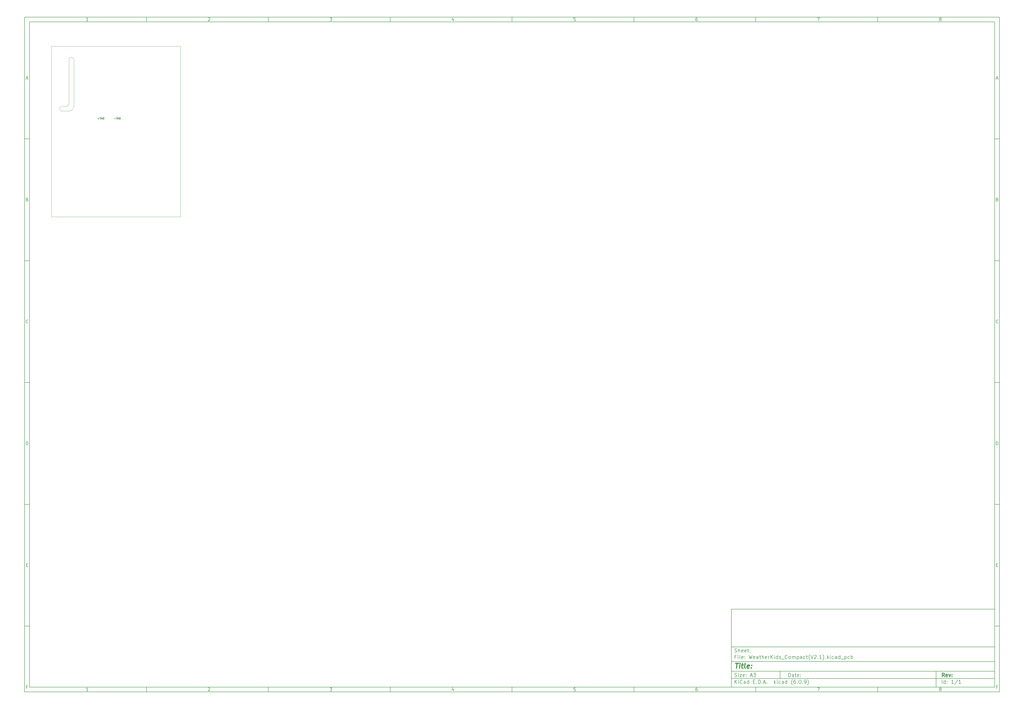
<source format=gbr>
%TF.GenerationSoftware,KiCad,Pcbnew,(6.0.9)*%
%TF.CreationDate,2023-07-18T14:40:25+05:30*%
%TF.ProjectId,WeatherKids_Compact(V2.1),57656174-6865-4724-9b69-64735f436f6d,rev?*%
%TF.SameCoordinates,PX1406f40PY14fb180*%
%TF.FileFunction,Legend,Bot*%
%TF.FilePolarity,Positive*%
%FSLAX46Y46*%
G04 Gerber Fmt 4.6, Leading zero omitted, Abs format (unit mm)*
G04 Created by KiCad (PCBNEW (6.0.9)) date 2023-07-18 14:40:25*
%MOMM*%
%LPD*%
G01*
G04 APERTURE LIST*
%ADD10C,0.100000*%
%ADD11C,0.150000*%
%ADD12C,0.300000*%
%ADD13C,0.400000*%
%ADD14C,0.152400*%
%TA.AperFunction,Profile*%
%ADD15C,0.050000*%
%TD*%
G04 APERTURE END LIST*
D10*
D11*
X278989000Y-231002200D02*
X278989000Y-263002200D01*
X386989000Y-263002200D01*
X386989000Y-231002200D01*
X278989000Y-231002200D01*
D10*
D11*
X-11000000Y12000000D02*
X-11000000Y-265002200D01*
X388989000Y-265002200D01*
X388989000Y12000000D01*
X-11000000Y12000000D01*
D10*
D11*
X-9000000Y10000000D02*
X-9000000Y-263002200D01*
X386989000Y-263002200D01*
X386989000Y10000000D01*
X-9000000Y10000000D01*
D10*
D11*
X39000000Y10000000D02*
X39000000Y12000000D01*
D10*
D11*
X89000000Y10000000D02*
X89000000Y12000000D01*
D10*
D11*
X139000000Y10000000D02*
X139000000Y12000000D01*
D10*
D11*
X189000000Y10000000D02*
X189000000Y12000000D01*
D10*
D11*
X239000000Y10000000D02*
X239000000Y12000000D01*
D10*
D11*
X289000000Y10000000D02*
X289000000Y12000000D01*
D10*
D11*
X339000000Y10000000D02*
X339000000Y12000000D01*
D10*
D11*
X15065476Y10411905D02*
X14322619Y10411905D01*
X14694047Y10411905D02*
X14694047Y11711905D01*
X14570238Y11526191D01*
X14446428Y11402381D01*
X14322619Y11340477D01*
D10*
D11*
X64322619Y11588096D02*
X64384523Y11650000D01*
X64508333Y11711905D01*
X64817857Y11711905D01*
X64941666Y11650000D01*
X65003571Y11588096D01*
X65065476Y11464286D01*
X65065476Y11340477D01*
X65003571Y11154762D01*
X64260714Y10411905D01*
X65065476Y10411905D01*
D10*
D11*
X114260714Y11711905D02*
X115065476Y11711905D01*
X114632142Y11216667D01*
X114817857Y11216667D01*
X114941666Y11154762D01*
X115003571Y11092858D01*
X115065476Y10969048D01*
X115065476Y10659524D01*
X115003571Y10535715D01*
X114941666Y10473810D01*
X114817857Y10411905D01*
X114446428Y10411905D01*
X114322619Y10473810D01*
X114260714Y10535715D01*
D10*
D11*
X164941666Y11278572D02*
X164941666Y10411905D01*
X164632142Y11773810D02*
X164322619Y10845239D01*
X165127380Y10845239D01*
D10*
D11*
X215003571Y11711905D02*
X214384523Y11711905D01*
X214322619Y11092858D01*
X214384523Y11154762D01*
X214508333Y11216667D01*
X214817857Y11216667D01*
X214941666Y11154762D01*
X215003571Y11092858D01*
X215065476Y10969048D01*
X215065476Y10659524D01*
X215003571Y10535715D01*
X214941666Y10473810D01*
X214817857Y10411905D01*
X214508333Y10411905D01*
X214384523Y10473810D01*
X214322619Y10535715D01*
D10*
D11*
X264941666Y11711905D02*
X264694047Y11711905D01*
X264570238Y11650000D01*
X264508333Y11588096D01*
X264384523Y11402381D01*
X264322619Y11154762D01*
X264322619Y10659524D01*
X264384523Y10535715D01*
X264446428Y10473810D01*
X264570238Y10411905D01*
X264817857Y10411905D01*
X264941666Y10473810D01*
X265003571Y10535715D01*
X265065476Y10659524D01*
X265065476Y10969048D01*
X265003571Y11092858D01*
X264941666Y11154762D01*
X264817857Y11216667D01*
X264570238Y11216667D01*
X264446428Y11154762D01*
X264384523Y11092858D01*
X264322619Y10969048D01*
D10*
D11*
X314260714Y11711905D02*
X315127380Y11711905D01*
X314570238Y10411905D01*
D10*
D11*
X364570238Y11154762D02*
X364446428Y11216667D01*
X364384523Y11278572D01*
X364322619Y11402381D01*
X364322619Y11464286D01*
X364384523Y11588096D01*
X364446428Y11650000D01*
X364570238Y11711905D01*
X364817857Y11711905D01*
X364941666Y11650000D01*
X365003571Y11588096D01*
X365065476Y11464286D01*
X365065476Y11402381D01*
X365003571Y11278572D01*
X364941666Y11216667D01*
X364817857Y11154762D01*
X364570238Y11154762D01*
X364446428Y11092858D01*
X364384523Y11030953D01*
X364322619Y10907143D01*
X364322619Y10659524D01*
X364384523Y10535715D01*
X364446428Y10473810D01*
X364570238Y10411905D01*
X364817857Y10411905D01*
X364941666Y10473810D01*
X365003571Y10535715D01*
X365065476Y10659524D01*
X365065476Y10907143D01*
X365003571Y11030953D01*
X364941666Y11092858D01*
X364817857Y11154762D01*
D10*
D11*
X39000000Y-263002200D02*
X39000000Y-265002200D01*
D10*
D11*
X89000000Y-263002200D02*
X89000000Y-265002200D01*
D10*
D11*
X139000000Y-263002200D02*
X139000000Y-265002200D01*
D10*
D11*
X189000000Y-263002200D02*
X189000000Y-265002200D01*
D10*
D11*
X239000000Y-263002200D02*
X239000000Y-265002200D01*
D10*
D11*
X289000000Y-263002200D02*
X289000000Y-265002200D01*
D10*
D11*
X339000000Y-263002200D02*
X339000000Y-265002200D01*
D10*
D11*
X15065476Y-264590295D02*
X14322619Y-264590295D01*
X14694047Y-264590295D02*
X14694047Y-263290295D01*
X14570238Y-263476009D01*
X14446428Y-263599819D01*
X14322619Y-263661723D01*
D10*
D11*
X64322619Y-263414104D02*
X64384523Y-263352200D01*
X64508333Y-263290295D01*
X64817857Y-263290295D01*
X64941666Y-263352200D01*
X65003571Y-263414104D01*
X65065476Y-263537914D01*
X65065476Y-263661723D01*
X65003571Y-263847438D01*
X64260714Y-264590295D01*
X65065476Y-264590295D01*
D10*
D11*
X114260714Y-263290295D02*
X115065476Y-263290295D01*
X114632142Y-263785533D01*
X114817857Y-263785533D01*
X114941666Y-263847438D01*
X115003571Y-263909342D01*
X115065476Y-264033152D01*
X115065476Y-264342676D01*
X115003571Y-264466485D01*
X114941666Y-264528390D01*
X114817857Y-264590295D01*
X114446428Y-264590295D01*
X114322619Y-264528390D01*
X114260714Y-264466485D01*
D10*
D11*
X164941666Y-263723628D02*
X164941666Y-264590295D01*
X164632142Y-263228390D02*
X164322619Y-264156961D01*
X165127380Y-264156961D01*
D10*
D11*
X215003571Y-263290295D02*
X214384523Y-263290295D01*
X214322619Y-263909342D01*
X214384523Y-263847438D01*
X214508333Y-263785533D01*
X214817857Y-263785533D01*
X214941666Y-263847438D01*
X215003571Y-263909342D01*
X215065476Y-264033152D01*
X215065476Y-264342676D01*
X215003571Y-264466485D01*
X214941666Y-264528390D01*
X214817857Y-264590295D01*
X214508333Y-264590295D01*
X214384523Y-264528390D01*
X214322619Y-264466485D01*
D10*
D11*
X264941666Y-263290295D02*
X264694047Y-263290295D01*
X264570238Y-263352200D01*
X264508333Y-263414104D01*
X264384523Y-263599819D01*
X264322619Y-263847438D01*
X264322619Y-264342676D01*
X264384523Y-264466485D01*
X264446428Y-264528390D01*
X264570238Y-264590295D01*
X264817857Y-264590295D01*
X264941666Y-264528390D01*
X265003571Y-264466485D01*
X265065476Y-264342676D01*
X265065476Y-264033152D01*
X265003571Y-263909342D01*
X264941666Y-263847438D01*
X264817857Y-263785533D01*
X264570238Y-263785533D01*
X264446428Y-263847438D01*
X264384523Y-263909342D01*
X264322619Y-264033152D01*
D10*
D11*
X314260714Y-263290295D02*
X315127380Y-263290295D01*
X314570238Y-264590295D01*
D10*
D11*
X364570238Y-263847438D02*
X364446428Y-263785533D01*
X364384523Y-263723628D01*
X364322619Y-263599819D01*
X364322619Y-263537914D01*
X364384523Y-263414104D01*
X364446428Y-263352200D01*
X364570238Y-263290295D01*
X364817857Y-263290295D01*
X364941666Y-263352200D01*
X365003571Y-263414104D01*
X365065476Y-263537914D01*
X365065476Y-263599819D01*
X365003571Y-263723628D01*
X364941666Y-263785533D01*
X364817857Y-263847438D01*
X364570238Y-263847438D01*
X364446428Y-263909342D01*
X364384523Y-263971247D01*
X364322619Y-264095057D01*
X364322619Y-264342676D01*
X364384523Y-264466485D01*
X364446428Y-264528390D01*
X364570238Y-264590295D01*
X364817857Y-264590295D01*
X364941666Y-264528390D01*
X365003571Y-264466485D01*
X365065476Y-264342676D01*
X365065476Y-264095057D01*
X365003571Y-263971247D01*
X364941666Y-263909342D01*
X364817857Y-263847438D01*
D10*
D11*
X-11000000Y-38000000D02*
X-9000000Y-38000000D01*
D10*
D11*
X-11000000Y-88000000D02*
X-9000000Y-88000000D01*
D10*
D11*
X-11000000Y-138000000D02*
X-9000000Y-138000000D01*
D10*
D11*
X-11000000Y-188000000D02*
X-9000000Y-188000000D01*
D10*
D11*
X-11000000Y-238000000D02*
X-9000000Y-238000000D01*
D10*
D11*
X-10309524Y-13216666D02*
X-9690477Y-13216666D01*
X-10433334Y-13588095D02*
X-10000000Y-12288095D01*
X-9566667Y-13588095D01*
D10*
D11*
X-9907143Y-62907142D02*
X-9721429Y-62969047D01*
X-9659524Y-63030952D01*
X-9597620Y-63154761D01*
X-9597620Y-63340476D01*
X-9659524Y-63464285D01*
X-9721429Y-63526190D01*
X-9845239Y-63588095D01*
X-10340477Y-63588095D01*
X-10340477Y-62288095D01*
X-9907143Y-62288095D01*
X-9783334Y-62350000D01*
X-9721429Y-62411904D01*
X-9659524Y-62535714D01*
X-9659524Y-62659523D01*
X-9721429Y-62783333D01*
X-9783334Y-62845238D01*
X-9907143Y-62907142D01*
X-10340477Y-62907142D01*
D10*
D11*
X-9597620Y-113464285D02*
X-9659524Y-113526190D01*
X-9845239Y-113588095D01*
X-9969048Y-113588095D01*
X-10154762Y-113526190D01*
X-10278572Y-113402380D01*
X-10340477Y-113278571D01*
X-10402381Y-113030952D01*
X-10402381Y-112845238D01*
X-10340477Y-112597619D01*
X-10278572Y-112473809D01*
X-10154762Y-112350000D01*
X-9969048Y-112288095D01*
X-9845239Y-112288095D01*
X-9659524Y-112350000D01*
X-9597620Y-112411904D01*
D10*
D11*
X-10340477Y-163588095D02*
X-10340477Y-162288095D01*
X-10030953Y-162288095D01*
X-9845239Y-162350000D01*
X-9721429Y-162473809D01*
X-9659524Y-162597619D01*
X-9597620Y-162845238D01*
X-9597620Y-163030952D01*
X-9659524Y-163278571D01*
X-9721429Y-163402380D01*
X-9845239Y-163526190D01*
X-10030953Y-163588095D01*
X-10340477Y-163588095D01*
D10*
D11*
X-10278572Y-212907142D02*
X-9845239Y-212907142D01*
X-9659524Y-213588095D02*
X-10278572Y-213588095D01*
X-10278572Y-212288095D01*
X-9659524Y-212288095D01*
D10*
D11*
X-9814286Y-262907142D02*
X-10247620Y-262907142D01*
X-10247620Y-263588095D02*
X-10247620Y-262288095D01*
X-9628572Y-262288095D01*
D10*
D11*
X388989000Y-38000000D02*
X386989000Y-38000000D01*
D10*
D11*
X388989000Y-88000000D02*
X386989000Y-88000000D01*
D10*
D11*
X388989000Y-138000000D02*
X386989000Y-138000000D01*
D10*
D11*
X388989000Y-188000000D02*
X386989000Y-188000000D01*
D10*
D11*
X388989000Y-238000000D02*
X386989000Y-238000000D01*
D10*
D11*
X387679476Y-13216666D02*
X388298523Y-13216666D01*
X387555666Y-13588095D02*
X387989000Y-12288095D01*
X388422333Y-13588095D01*
D10*
D11*
X388081857Y-62907142D02*
X388267571Y-62969047D01*
X388329476Y-63030952D01*
X388391380Y-63154761D01*
X388391380Y-63340476D01*
X388329476Y-63464285D01*
X388267571Y-63526190D01*
X388143761Y-63588095D01*
X387648523Y-63588095D01*
X387648523Y-62288095D01*
X388081857Y-62288095D01*
X388205666Y-62350000D01*
X388267571Y-62411904D01*
X388329476Y-62535714D01*
X388329476Y-62659523D01*
X388267571Y-62783333D01*
X388205666Y-62845238D01*
X388081857Y-62907142D01*
X387648523Y-62907142D01*
D10*
D11*
X388391380Y-113464285D02*
X388329476Y-113526190D01*
X388143761Y-113588095D01*
X388019952Y-113588095D01*
X387834238Y-113526190D01*
X387710428Y-113402380D01*
X387648523Y-113278571D01*
X387586619Y-113030952D01*
X387586619Y-112845238D01*
X387648523Y-112597619D01*
X387710428Y-112473809D01*
X387834238Y-112350000D01*
X388019952Y-112288095D01*
X388143761Y-112288095D01*
X388329476Y-112350000D01*
X388391380Y-112411904D01*
D10*
D11*
X387648523Y-163588095D02*
X387648523Y-162288095D01*
X387958047Y-162288095D01*
X388143761Y-162350000D01*
X388267571Y-162473809D01*
X388329476Y-162597619D01*
X388391380Y-162845238D01*
X388391380Y-163030952D01*
X388329476Y-163278571D01*
X388267571Y-163402380D01*
X388143761Y-163526190D01*
X387958047Y-163588095D01*
X387648523Y-163588095D01*
D10*
D11*
X387710428Y-212907142D02*
X388143761Y-212907142D01*
X388329476Y-213588095D02*
X387710428Y-213588095D01*
X387710428Y-212288095D01*
X388329476Y-212288095D01*
D10*
D11*
X388174714Y-262907142D02*
X387741380Y-262907142D01*
X387741380Y-263588095D02*
X387741380Y-262288095D01*
X388360428Y-262288095D01*
D10*
D11*
X302421142Y-258780771D02*
X302421142Y-257280771D01*
X302778285Y-257280771D01*
X302992571Y-257352200D01*
X303135428Y-257495057D01*
X303206857Y-257637914D01*
X303278285Y-257923628D01*
X303278285Y-258137914D01*
X303206857Y-258423628D01*
X303135428Y-258566485D01*
X302992571Y-258709342D01*
X302778285Y-258780771D01*
X302421142Y-258780771D01*
X304564000Y-258780771D02*
X304564000Y-257995057D01*
X304492571Y-257852200D01*
X304349714Y-257780771D01*
X304064000Y-257780771D01*
X303921142Y-257852200D01*
X304564000Y-258709342D02*
X304421142Y-258780771D01*
X304064000Y-258780771D01*
X303921142Y-258709342D01*
X303849714Y-258566485D01*
X303849714Y-258423628D01*
X303921142Y-258280771D01*
X304064000Y-258209342D01*
X304421142Y-258209342D01*
X304564000Y-258137914D01*
X305064000Y-257780771D02*
X305635428Y-257780771D01*
X305278285Y-257280771D02*
X305278285Y-258566485D01*
X305349714Y-258709342D01*
X305492571Y-258780771D01*
X305635428Y-258780771D01*
X306706857Y-258709342D02*
X306564000Y-258780771D01*
X306278285Y-258780771D01*
X306135428Y-258709342D01*
X306064000Y-258566485D01*
X306064000Y-257995057D01*
X306135428Y-257852200D01*
X306278285Y-257780771D01*
X306564000Y-257780771D01*
X306706857Y-257852200D01*
X306778285Y-257995057D01*
X306778285Y-258137914D01*
X306064000Y-258280771D01*
X307421142Y-258637914D02*
X307492571Y-258709342D01*
X307421142Y-258780771D01*
X307349714Y-258709342D01*
X307421142Y-258637914D01*
X307421142Y-258780771D01*
X307421142Y-257852200D02*
X307492571Y-257923628D01*
X307421142Y-257995057D01*
X307349714Y-257923628D01*
X307421142Y-257852200D01*
X307421142Y-257995057D01*
D10*
D11*
X278989000Y-259502200D02*
X386989000Y-259502200D01*
D10*
D11*
X280421142Y-261580771D02*
X280421142Y-260080771D01*
X281278285Y-261580771D02*
X280635428Y-260723628D01*
X281278285Y-260080771D02*
X280421142Y-260937914D01*
X281921142Y-261580771D02*
X281921142Y-260580771D01*
X281921142Y-260080771D02*
X281849714Y-260152200D01*
X281921142Y-260223628D01*
X281992571Y-260152200D01*
X281921142Y-260080771D01*
X281921142Y-260223628D01*
X283492571Y-261437914D02*
X283421142Y-261509342D01*
X283206857Y-261580771D01*
X283064000Y-261580771D01*
X282849714Y-261509342D01*
X282706857Y-261366485D01*
X282635428Y-261223628D01*
X282564000Y-260937914D01*
X282564000Y-260723628D01*
X282635428Y-260437914D01*
X282706857Y-260295057D01*
X282849714Y-260152200D01*
X283064000Y-260080771D01*
X283206857Y-260080771D01*
X283421142Y-260152200D01*
X283492571Y-260223628D01*
X284778285Y-261580771D02*
X284778285Y-260795057D01*
X284706857Y-260652200D01*
X284564000Y-260580771D01*
X284278285Y-260580771D01*
X284135428Y-260652200D01*
X284778285Y-261509342D02*
X284635428Y-261580771D01*
X284278285Y-261580771D01*
X284135428Y-261509342D01*
X284064000Y-261366485D01*
X284064000Y-261223628D01*
X284135428Y-261080771D01*
X284278285Y-261009342D01*
X284635428Y-261009342D01*
X284778285Y-260937914D01*
X286135428Y-261580771D02*
X286135428Y-260080771D01*
X286135428Y-261509342D02*
X285992571Y-261580771D01*
X285706857Y-261580771D01*
X285564000Y-261509342D01*
X285492571Y-261437914D01*
X285421142Y-261295057D01*
X285421142Y-260866485D01*
X285492571Y-260723628D01*
X285564000Y-260652200D01*
X285706857Y-260580771D01*
X285992571Y-260580771D01*
X286135428Y-260652200D01*
X287992571Y-260795057D02*
X288492571Y-260795057D01*
X288706857Y-261580771D02*
X287992571Y-261580771D01*
X287992571Y-260080771D01*
X288706857Y-260080771D01*
X289349714Y-261437914D02*
X289421142Y-261509342D01*
X289349714Y-261580771D01*
X289278285Y-261509342D01*
X289349714Y-261437914D01*
X289349714Y-261580771D01*
X290064000Y-261580771D02*
X290064000Y-260080771D01*
X290421142Y-260080771D01*
X290635428Y-260152200D01*
X290778285Y-260295057D01*
X290849714Y-260437914D01*
X290921142Y-260723628D01*
X290921142Y-260937914D01*
X290849714Y-261223628D01*
X290778285Y-261366485D01*
X290635428Y-261509342D01*
X290421142Y-261580771D01*
X290064000Y-261580771D01*
X291564000Y-261437914D02*
X291635428Y-261509342D01*
X291564000Y-261580771D01*
X291492571Y-261509342D01*
X291564000Y-261437914D01*
X291564000Y-261580771D01*
X292206857Y-261152200D02*
X292921142Y-261152200D01*
X292064000Y-261580771D02*
X292564000Y-260080771D01*
X293064000Y-261580771D01*
X293564000Y-261437914D02*
X293635428Y-261509342D01*
X293564000Y-261580771D01*
X293492571Y-261509342D01*
X293564000Y-261437914D01*
X293564000Y-261580771D01*
X296564000Y-261580771D02*
X296564000Y-260080771D01*
X296706857Y-261009342D02*
X297135428Y-261580771D01*
X297135428Y-260580771D02*
X296564000Y-261152200D01*
X297778285Y-261580771D02*
X297778285Y-260580771D01*
X297778285Y-260080771D02*
X297706857Y-260152200D01*
X297778285Y-260223628D01*
X297849714Y-260152200D01*
X297778285Y-260080771D01*
X297778285Y-260223628D01*
X299135428Y-261509342D02*
X298992571Y-261580771D01*
X298706857Y-261580771D01*
X298564000Y-261509342D01*
X298492571Y-261437914D01*
X298421142Y-261295057D01*
X298421142Y-260866485D01*
X298492571Y-260723628D01*
X298564000Y-260652200D01*
X298706857Y-260580771D01*
X298992571Y-260580771D01*
X299135428Y-260652200D01*
X300421142Y-261580771D02*
X300421142Y-260795057D01*
X300349714Y-260652200D01*
X300206857Y-260580771D01*
X299921142Y-260580771D01*
X299778285Y-260652200D01*
X300421142Y-261509342D02*
X300278285Y-261580771D01*
X299921142Y-261580771D01*
X299778285Y-261509342D01*
X299706857Y-261366485D01*
X299706857Y-261223628D01*
X299778285Y-261080771D01*
X299921142Y-261009342D01*
X300278285Y-261009342D01*
X300421142Y-260937914D01*
X301778285Y-261580771D02*
X301778285Y-260080771D01*
X301778285Y-261509342D02*
X301635428Y-261580771D01*
X301349714Y-261580771D01*
X301206857Y-261509342D01*
X301135428Y-261437914D01*
X301064000Y-261295057D01*
X301064000Y-260866485D01*
X301135428Y-260723628D01*
X301206857Y-260652200D01*
X301349714Y-260580771D01*
X301635428Y-260580771D01*
X301778285Y-260652200D01*
X304064000Y-262152200D02*
X303992571Y-262080771D01*
X303849714Y-261866485D01*
X303778285Y-261723628D01*
X303706857Y-261509342D01*
X303635428Y-261152200D01*
X303635428Y-260866485D01*
X303706857Y-260509342D01*
X303778285Y-260295057D01*
X303849714Y-260152200D01*
X303992571Y-259937914D01*
X304064000Y-259866485D01*
X305278285Y-260080771D02*
X304992571Y-260080771D01*
X304849714Y-260152200D01*
X304778285Y-260223628D01*
X304635428Y-260437914D01*
X304564000Y-260723628D01*
X304564000Y-261295057D01*
X304635428Y-261437914D01*
X304706857Y-261509342D01*
X304849714Y-261580771D01*
X305135428Y-261580771D01*
X305278285Y-261509342D01*
X305349714Y-261437914D01*
X305421142Y-261295057D01*
X305421142Y-260937914D01*
X305349714Y-260795057D01*
X305278285Y-260723628D01*
X305135428Y-260652200D01*
X304849714Y-260652200D01*
X304706857Y-260723628D01*
X304635428Y-260795057D01*
X304564000Y-260937914D01*
X306064000Y-261437914D02*
X306135428Y-261509342D01*
X306064000Y-261580771D01*
X305992571Y-261509342D01*
X306064000Y-261437914D01*
X306064000Y-261580771D01*
X307064000Y-260080771D02*
X307206857Y-260080771D01*
X307349714Y-260152200D01*
X307421142Y-260223628D01*
X307492571Y-260366485D01*
X307564000Y-260652200D01*
X307564000Y-261009342D01*
X307492571Y-261295057D01*
X307421142Y-261437914D01*
X307349714Y-261509342D01*
X307206857Y-261580771D01*
X307064000Y-261580771D01*
X306921142Y-261509342D01*
X306849714Y-261437914D01*
X306778285Y-261295057D01*
X306706857Y-261009342D01*
X306706857Y-260652200D01*
X306778285Y-260366485D01*
X306849714Y-260223628D01*
X306921142Y-260152200D01*
X307064000Y-260080771D01*
X308206857Y-261437914D02*
X308278285Y-261509342D01*
X308206857Y-261580771D01*
X308135428Y-261509342D01*
X308206857Y-261437914D01*
X308206857Y-261580771D01*
X308992571Y-261580771D02*
X309278285Y-261580771D01*
X309421142Y-261509342D01*
X309492571Y-261437914D01*
X309635428Y-261223628D01*
X309706857Y-260937914D01*
X309706857Y-260366485D01*
X309635428Y-260223628D01*
X309564000Y-260152200D01*
X309421142Y-260080771D01*
X309135428Y-260080771D01*
X308992571Y-260152200D01*
X308921142Y-260223628D01*
X308849714Y-260366485D01*
X308849714Y-260723628D01*
X308921142Y-260866485D01*
X308992571Y-260937914D01*
X309135428Y-261009342D01*
X309421142Y-261009342D01*
X309564000Y-260937914D01*
X309635428Y-260866485D01*
X309706857Y-260723628D01*
X310206857Y-262152200D02*
X310278285Y-262080771D01*
X310421142Y-261866485D01*
X310492571Y-261723628D01*
X310564000Y-261509342D01*
X310635428Y-261152200D01*
X310635428Y-260866485D01*
X310564000Y-260509342D01*
X310492571Y-260295057D01*
X310421142Y-260152200D01*
X310278285Y-259937914D01*
X310206857Y-259866485D01*
D10*
D11*
X278989000Y-256502200D02*
X386989000Y-256502200D01*
D10*
D12*
X366398285Y-258780771D02*
X365898285Y-258066485D01*
X365541142Y-258780771D02*
X365541142Y-257280771D01*
X366112571Y-257280771D01*
X366255428Y-257352200D01*
X366326857Y-257423628D01*
X366398285Y-257566485D01*
X366398285Y-257780771D01*
X366326857Y-257923628D01*
X366255428Y-257995057D01*
X366112571Y-258066485D01*
X365541142Y-258066485D01*
X367612571Y-258709342D02*
X367469714Y-258780771D01*
X367184000Y-258780771D01*
X367041142Y-258709342D01*
X366969714Y-258566485D01*
X366969714Y-257995057D01*
X367041142Y-257852200D01*
X367184000Y-257780771D01*
X367469714Y-257780771D01*
X367612571Y-257852200D01*
X367684000Y-257995057D01*
X367684000Y-258137914D01*
X366969714Y-258280771D01*
X368184000Y-257780771D02*
X368541142Y-258780771D01*
X368898285Y-257780771D01*
X369469714Y-258637914D02*
X369541142Y-258709342D01*
X369469714Y-258780771D01*
X369398285Y-258709342D01*
X369469714Y-258637914D01*
X369469714Y-258780771D01*
X369469714Y-257852200D02*
X369541142Y-257923628D01*
X369469714Y-257995057D01*
X369398285Y-257923628D01*
X369469714Y-257852200D01*
X369469714Y-257995057D01*
D10*
D11*
X280349714Y-258709342D02*
X280564000Y-258780771D01*
X280921142Y-258780771D01*
X281064000Y-258709342D01*
X281135428Y-258637914D01*
X281206857Y-258495057D01*
X281206857Y-258352200D01*
X281135428Y-258209342D01*
X281064000Y-258137914D01*
X280921142Y-258066485D01*
X280635428Y-257995057D01*
X280492571Y-257923628D01*
X280421142Y-257852200D01*
X280349714Y-257709342D01*
X280349714Y-257566485D01*
X280421142Y-257423628D01*
X280492571Y-257352200D01*
X280635428Y-257280771D01*
X280992571Y-257280771D01*
X281206857Y-257352200D01*
X281849714Y-258780771D02*
X281849714Y-257780771D01*
X281849714Y-257280771D02*
X281778285Y-257352200D01*
X281849714Y-257423628D01*
X281921142Y-257352200D01*
X281849714Y-257280771D01*
X281849714Y-257423628D01*
X282421142Y-257780771D02*
X283206857Y-257780771D01*
X282421142Y-258780771D01*
X283206857Y-258780771D01*
X284349714Y-258709342D02*
X284206857Y-258780771D01*
X283921142Y-258780771D01*
X283778285Y-258709342D01*
X283706857Y-258566485D01*
X283706857Y-257995057D01*
X283778285Y-257852200D01*
X283921142Y-257780771D01*
X284206857Y-257780771D01*
X284349714Y-257852200D01*
X284421142Y-257995057D01*
X284421142Y-258137914D01*
X283706857Y-258280771D01*
X285064000Y-258637914D02*
X285135428Y-258709342D01*
X285064000Y-258780771D01*
X284992571Y-258709342D01*
X285064000Y-258637914D01*
X285064000Y-258780771D01*
X285064000Y-257852200D02*
X285135428Y-257923628D01*
X285064000Y-257995057D01*
X284992571Y-257923628D01*
X285064000Y-257852200D01*
X285064000Y-257995057D01*
X286849714Y-258352200D02*
X287564000Y-258352200D01*
X286706857Y-258780771D02*
X287206857Y-257280771D01*
X287706857Y-258780771D01*
X288064000Y-257280771D02*
X288992571Y-257280771D01*
X288492571Y-257852200D01*
X288706857Y-257852200D01*
X288849714Y-257923628D01*
X288921142Y-257995057D01*
X288992571Y-258137914D01*
X288992571Y-258495057D01*
X288921142Y-258637914D01*
X288849714Y-258709342D01*
X288706857Y-258780771D01*
X288278285Y-258780771D01*
X288135428Y-258709342D01*
X288064000Y-258637914D01*
D10*
D11*
X365421142Y-261580771D02*
X365421142Y-260080771D01*
X366778285Y-261580771D02*
X366778285Y-260080771D01*
X366778285Y-261509342D02*
X366635428Y-261580771D01*
X366349714Y-261580771D01*
X366206857Y-261509342D01*
X366135428Y-261437914D01*
X366064000Y-261295057D01*
X366064000Y-260866485D01*
X366135428Y-260723628D01*
X366206857Y-260652200D01*
X366349714Y-260580771D01*
X366635428Y-260580771D01*
X366778285Y-260652200D01*
X367492571Y-261437914D02*
X367564000Y-261509342D01*
X367492571Y-261580771D01*
X367421142Y-261509342D01*
X367492571Y-261437914D01*
X367492571Y-261580771D01*
X367492571Y-260652200D02*
X367564000Y-260723628D01*
X367492571Y-260795057D01*
X367421142Y-260723628D01*
X367492571Y-260652200D01*
X367492571Y-260795057D01*
X370135428Y-261580771D02*
X369278285Y-261580771D01*
X369706857Y-261580771D02*
X369706857Y-260080771D01*
X369564000Y-260295057D01*
X369421142Y-260437914D01*
X369278285Y-260509342D01*
X371849714Y-260009342D02*
X370564000Y-261937914D01*
X373135428Y-261580771D02*
X372278285Y-261580771D01*
X372706857Y-261580771D02*
X372706857Y-260080771D01*
X372564000Y-260295057D01*
X372421142Y-260437914D01*
X372278285Y-260509342D01*
D10*
D11*
X278989000Y-252502200D02*
X386989000Y-252502200D01*
D10*
D13*
X280701380Y-253206961D02*
X281844238Y-253206961D01*
X281022809Y-255206961D02*
X281272809Y-253206961D01*
X282260904Y-255206961D02*
X282427571Y-253873628D01*
X282510904Y-253206961D02*
X282403761Y-253302200D01*
X282487095Y-253397438D01*
X282594238Y-253302200D01*
X282510904Y-253206961D01*
X282487095Y-253397438D01*
X283094238Y-253873628D02*
X283856142Y-253873628D01*
X283463285Y-253206961D02*
X283249000Y-254921247D01*
X283320428Y-255111723D01*
X283499000Y-255206961D01*
X283689476Y-255206961D01*
X284641857Y-255206961D02*
X284463285Y-255111723D01*
X284391857Y-254921247D01*
X284606142Y-253206961D01*
X286177571Y-255111723D02*
X285975190Y-255206961D01*
X285594238Y-255206961D01*
X285415666Y-255111723D01*
X285344238Y-254921247D01*
X285439476Y-254159342D01*
X285558523Y-253968866D01*
X285760904Y-253873628D01*
X286141857Y-253873628D01*
X286320428Y-253968866D01*
X286391857Y-254159342D01*
X286368047Y-254349819D01*
X285391857Y-254540295D01*
X287141857Y-255016485D02*
X287225190Y-255111723D01*
X287118047Y-255206961D01*
X287034714Y-255111723D01*
X287141857Y-255016485D01*
X287118047Y-255206961D01*
X287272809Y-253968866D02*
X287356142Y-254064104D01*
X287249000Y-254159342D01*
X287165666Y-254064104D01*
X287272809Y-253968866D01*
X287249000Y-254159342D01*
D10*
D11*
X280921142Y-250595057D02*
X280421142Y-250595057D01*
X280421142Y-251380771D02*
X280421142Y-249880771D01*
X281135428Y-249880771D01*
X281706857Y-251380771D02*
X281706857Y-250380771D01*
X281706857Y-249880771D02*
X281635428Y-249952200D01*
X281706857Y-250023628D01*
X281778285Y-249952200D01*
X281706857Y-249880771D01*
X281706857Y-250023628D01*
X282635428Y-251380771D02*
X282492571Y-251309342D01*
X282421142Y-251166485D01*
X282421142Y-249880771D01*
X283778285Y-251309342D02*
X283635428Y-251380771D01*
X283349714Y-251380771D01*
X283206857Y-251309342D01*
X283135428Y-251166485D01*
X283135428Y-250595057D01*
X283206857Y-250452200D01*
X283349714Y-250380771D01*
X283635428Y-250380771D01*
X283778285Y-250452200D01*
X283849714Y-250595057D01*
X283849714Y-250737914D01*
X283135428Y-250880771D01*
X284492571Y-251237914D02*
X284564000Y-251309342D01*
X284492571Y-251380771D01*
X284421142Y-251309342D01*
X284492571Y-251237914D01*
X284492571Y-251380771D01*
X284492571Y-250452200D02*
X284564000Y-250523628D01*
X284492571Y-250595057D01*
X284421142Y-250523628D01*
X284492571Y-250452200D01*
X284492571Y-250595057D01*
X286206857Y-249880771D02*
X286564000Y-251380771D01*
X286849714Y-250309342D01*
X287135428Y-251380771D01*
X287492571Y-249880771D01*
X288635428Y-251309342D02*
X288492571Y-251380771D01*
X288206857Y-251380771D01*
X288064000Y-251309342D01*
X287992571Y-251166485D01*
X287992571Y-250595057D01*
X288064000Y-250452200D01*
X288206857Y-250380771D01*
X288492571Y-250380771D01*
X288635428Y-250452200D01*
X288706857Y-250595057D01*
X288706857Y-250737914D01*
X287992571Y-250880771D01*
X289992571Y-251380771D02*
X289992571Y-250595057D01*
X289921142Y-250452200D01*
X289778285Y-250380771D01*
X289492571Y-250380771D01*
X289349714Y-250452200D01*
X289992571Y-251309342D02*
X289849714Y-251380771D01*
X289492571Y-251380771D01*
X289349714Y-251309342D01*
X289278285Y-251166485D01*
X289278285Y-251023628D01*
X289349714Y-250880771D01*
X289492571Y-250809342D01*
X289849714Y-250809342D01*
X289992571Y-250737914D01*
X290492571Y-250380771D02*
X291064000Y-250380771D01*
X290706857Y-249880771D02*
X290706857Y-251166485D01*
X290778285Y-251309342D01*
X290921142Y-251380771D01*
X291064000Y-251380771D01*
X291564000Y-251380771D02*
X291564000Y-249880771D01*
X292206857Y-251380771D02*
X292206857Y-250595057D01*
X292135428Y-250452200D01*
X291992571Y-250380771D01*
X291778285Y-250380771D01*
X291635428Y-250452200D01*
X291564000Y-250523628D01*
X293492571Y-251309342D02*
X293349714Y-251380771D01*
X293064000Y-251380771D01*
X292921142Y-251309342D01*
X292849714Y-251166485D01*
X292849714Y-250595057D01*
X292921142Y-250452200D01*
X293064000Y-250380771D01*
X293349714Y-250380771D01*
X293492571Y-250452200D01*
X293564000Y-250595057D01*
X293564000Y-250737914D01*
X292849714Y-250880771D01*
X294206857Y-251380771D02*
X294206857Y-250380771D01*
X294206857Y-250666485D02*
X294278285Y-250523628D01*
X294349714Y-250452200D01*
X294492571Y-250380771D01*
X294635428Y-250380771D01*
X295135428Y-251380771D02*
X295135428Y-249880771D01*
X295992571Y-251380771D02*
X295349714Y-250523628D01*
X295992571Y-249880771D02*
X295135428Y-250737914D01*
X296635428Y-251380771D02*
X296635428Y-250380771D01*
X296635428Y-249880771D02*
X296564000Y-249952200D01*
X296635428Y-250023628D01*
X296706857Y-249952200D01*
X296635428Y-249880771D01*
X296635428Y-250023628D01*
X297992571Y-251380771D02*
X297992571Y-249880771D01*
X297992571Y-251309342D02*
X297849714Y-251380771D01*
X297564000Y-251380771D01*
X297421142Y-251309342D01*
X297349714Y-251237914D01*
X297278285Y-251095057D01*
X297278285Y-250666485D01*
X297349714Y-250523628D01*
X297421142Y-250452200D01*
X297564000Y-250380771D01*
X297849714Y-250380771D01*
X297992571Y-250452200D01*
X298635428Y-251309342D02*
X298778285Y-251380771D01*
X299064000Y-251380771D01*
X299206857Y-251309342D01*
X299278285Y-251166485D01*
X299278285Y-251095057D01*
X299206857Y-250952200D01*
X299064000Y-250880771D01*
X298849714Y-250880771D01*
X298706857Y-250809342D01*
X298635428Y-250666485D01*
X298635428Y-250595057D01*
X298706857Y-250452200D01*
X298849714Y-250380771D01*
X299064000Y-250380771D01*
X299206857Y-250452200D01*
X299564000Y-251523628D02*
X300706857Y-251523628D01*
X301921142Y-251237914D02*
X301849714Y-251309342D01*
X301635428Y-251380771D01*
X301492571Y-251380771D01*
X301278285Y-251309342D01*
X301135428Y-251166485D01*
X301064000Y-251023628D01*
X300992571Y-250737914D01*
X300992571Y-250523628D01*
X301064000Y-250237914D01*
X301135428Y-250095057D01*
X301278285Y-249952200D01*
X301492571Y-249880771D01*
X301635428Y-249880771D01*
X301849714Y-249952200D01*
X301921142Y-250023628D01*
X302778285Y-251380771D02*
X302635428Y-251309342D01*
X302564000Y-251237914D01*
X302492571Y-251095057D01*
X302492571Y-250666485D01*
X302564000Y-250523628D01*
X302635428Y-250452200D01*
X302778285Y-250380771D01*
X302992571Y-250380771D01*
X303135428Y-250452200D01*
X303206857Y-250523628D01*
X303278285Y-250666485D01*
X303278285Y-251095057D01*
X303206857Y-251237914D01*
X303135428Y-251309342D01*
X302992571Y-251380771D01*
X302778285Y-251380771D01*
X303921142Y-251380771D02*
X303921142Y-250380771D01*
X303921142Y-250523628D02*
X303992571Y-250452200D01*
X304135428Y-250380771D01*
X304349714Y-250380771D01*
X304492571Y-250452200D01*
X304564000Y-250595057D01*
X304564000Y-251380771D01*
X304564000Y-250595057D02*
X304635428Y-250452200D01*
X304778285Y-250380771D01*
X304992571Y-250380771D01*
X305135428Y-250452200D01*
X305206857Y-250595057D01*
X305206857Y-251380771D01*
X305921142Y-250380771D02*
X305921142Y-251880771D01*
X305921142Y-250452200D02*
X306064000Y-250380771D01*
X306349714Y-250380771D01*
X306492571Y-250452200D01*
X306564000Y-250523628D01*
X306635428Y-250666485D01*
X306635428Y-251095057D01*
X306564000Y-251237914D01*
X306492571Y-251309342D01*
X306349714Y-251380771D01*
X306064000Y-251380771D01*
X305921142Y-251309342D01*
X307921142Y-251380771D02*
X307921142Y-250595057D01*
X307849714Y-250452200D01*
X307706857Y-250380771D01*
X307421142Y-250380771D01*
X307278285Y-250452200D01*
X307921142Y-251309342D02*
X307778285Y-251380771D01*
X307421142Y-251380771D01*
X307278285Y-251309342D01*
X307206857Y-251166485D01*
X307206857Y-251023628D01*
X307278285Y-250880771D01*
X307421142Y-250809342D01*
X307778285Y-250809342D01*
X307921142Y-250737914D01*
X309278285Y-251309342D02*
X309135428Y-251380771D01*
X308849714Y-251380771D01*
X308706857Y-251309342D01*
X308635428Y-251237914D01*
X308564000Y-251095057D01*
X308564000Y-250666485D01*
X308635428Y-250523628D01*
X308706857Y-250452200D01*
X308849714Y-250380771D01*
X309135428Y-250380771D01*
X309278285Y-250452200D01*
X309706857Y-250380771D02*
X310278285Y-250380771D01*
X309921142Y-249880771D02*
X309921142Y-251166485D01*
X309992571Y-251309342D01*
X310135428Y-251380771D01*
X310278285Y-251380771D01*
X311206857Y-251952200D02*
X311135428Y-251880771D01*
X310992571Y-251666485D01*
X310921142Y-251523628D01*
X310849714Y-251309342D01*
X310778285Y-250952200D01*
X310778285Y-250666485D01*
X310849714Y-250309342D01*
X310921142Y-250095057D01*
X310992571Y-249952200D01*
X311135428Y-249737914D01*
X311206857Y-249666485D01*
X311564000Y-249880771D02*
X312064000Y-251380771D01*
X312564000Y-249880771D01*
X312992571Y-250023628D02*
X313064000Y-249952200D01*
X313206857Y-249880771D01*
X313564000Y-249880771D01*
X313706857Y-249952200D01*
X313778285Y-250023628D01*
X313849714Y-250166485D01*
X313849714Y-250309342D01*
X313778285Y-250523628D01*
X312921142Y-251380771D01*
X313849714Y-251380771D01*
X314492571Y-251237914D02*
X314564000Y-251309342D01*
X314492571Y-251380771D01*
X314421142Y-251309342D01*
X314492571Y-251237914D01*
X314492571Y-251380771D01*
X315992571Y-251380771D02*
X315135428Y-251380771D01*
X315564000Y-251380771D02*
X315564000Y-249880771D01*
X315421142Y-250095057D01*
X315278285Y-250237914D01*
X315135428Y-250309342D01*
X316492571Y-251952200D02*
X316564000Y-251880771D01*
X316706857Y-251666485D01*
X316778285Y-251523628D01*
X316849714Y-251309342D01*
X316921142Y-250952200D01*
X316921142Y-250666485D01*
X316849714Y-250309342D01*
X316778285Y-250095057D01*
X316706857Y-249952200D01*
X316564000Y-249737914D01*
X316492571Y-249666485D01*
X317635428Y-251237914D02*
X317706857Y-251309342D01*
X317635428Y-251380771D01*
X317564000Y-251309342D01*
X317635428Y-251237914D01*
X317635428Y-251380771D01*
X318349714Y-251380771D02*
X318349714Y-249880771D01*
X318492571Y-250809342D02*
X318921142Y-251380771D01*
X318921142Y-250380771D02*
X318349714Y-250952200D01*
X319564000Y-251380771D02*
X319564000Y-250380771D01*
X319564000Y-249880771D02*
X319492571Y-249952200D01*
X319564000Y-250023628D01*
X319635428Y-249952200D01*
X319564000Y-249880771D01*
X319564000Y-250023628D01*
X320921142Y-251309342D02*
X320778285Y-251380771D01*
X320492571Y-251380771D01*
X320349714Y-251309342D01*
X320278285Y-251237914D01*
X320206857Y-251095057D01*
X320206857Y-250666485D01*
X320278285Y-250523628D01*
X320349714Y-250452200D01*
X320492571Y-250380771D01*
X320778285Y-250380771D01*
X320921142Y-250452200D01*
X322206857Y-251380771D02*
X322206857Y-250595057D01*
X322135428Y-250452200D01*
X321992571Y-250380771D01*
X321706857Y-250380771D01*
X321564000Y-250452200D01*
X322206857Y-251309342D02*
X322064000Y-251380771D01*
X321706857Y-251380771D01*
X321564000Y-251309342D01*
X321492571Y-251166485D01*
X321492571Y-251023628D01*
X321564000Y-250880771D01*
X321706857Y-250809342D01*
X322064000Y-250809342D01*
X322206857Y-250737914D01*
X323564000Y-251380771D02*
X323564000Y-249880771D01*
X323564000Y-251309342D02*
X323421142Y-251380771D01*
X323135428Y-251380771D01*
X322992571Y-251309342D01*
X322921142Y-251237914D01*
X322849714Y-251095057D01*
X322849714Y-250666485D01*
X322921142Y-250523628D01*
X322992571Y-250452200D01*
X323135428Y-250380771D01*
X323421142Y-250380771D01*
X323564000Y-250452200D01*
X323921142Y-251523628D02*
X325064000Y-251523628D01*
X325421142Y-250380771D02*
X325421142Y-251880771D01*
X325421142Y-250452200D02*
X325564000Y-250380771D01*
X325849714Y-250380771D01*
X325992571Y-250452200D01*
X326064000Y-250523628D01*
X326135428Y-250666485D01*
X326135428Y-251095057D01*
X326064000Y-251237914D01*
X325992571Y-251309342D01*
X325849714Y-251380771D01*
X325564000Y-251380771D01*
X325421142Y-251309342D01*
X327421142Y-251309342D02*
X327278285Y-251380771D01*
X326992571Y-251380771D01*
X326849714Y-251309342D01*
X326778285Y-251237914D01*
X326706857Y-251095057D01*
X326706857Y-250666485D01*
X326778285Y-250523628D01*
X326849714Y-250452200D01*
X326992571Y-250380771D01*
X327278285Y-250380771D01*
X327421142Y-250452200D01*
X328064000Y-251380771D02*
X328064000Y-249880771D01*
X328064000Y-250452200D02*
X328206857Y-250380771D01*
X328492571Y-250380771D01*
X328635428Y-250452200D01*
X328706857Y-250523628D01*
X328778285Y-250666485D01*
X328778285Y-251095057D01*
X328706857Y-251237914D01*
X328635428Y-251309342D01*
X328492571Y-251380771D01*
X328206857Y-251380771D01*
X328064000Y-251309342D01*
D10*
D11*
X278989000Y-246502200D02*
X386989000Y-246502200D01*
D10*
D11*
X280349714Y-248609342D02*
X280564000Y-248680771D01*
X280921142Y-248680771D01*
X281064000Y-248609342D01*
X281135428Y-248537914D01*
X281206857Y-248395057D01*
X281206857Y-248252200D01*
X281135428Y-248109342D01*
X281064000Y-248037914D01*
X280921142Y-247966485D01*
X280635428Y-247895057D01*
X280492571Y-247823628D01*
X280421142Y-247752200D01*
X280349714Y-247609342D01*
X280349714Y-247466485D01*
X280421142Y-247323628D01*
X280492571Y-247252200D01*
X280635428Y-247180771D01*
X280992571Y-247180771D01*
X281206857Y-247252200D01*
X281849714Y-248680771D02*
X281849714Y-247180771D01*
X282492571Y-248680771D02*
X282492571Y-247895057D01*
X282421142Y-247752200D01*
X282278285Y-247680771D01*
X282064000Y-247680771D01*
X281921142Y-247752200D01*
X281849714Y-247823628D01*
X283778285Y-248609342D02*
X283635428Y-248680771D01*
X283349714Y-248680771D01*
X283206857Y-248609342D01*
X283135428Y-248466485D01*
X283135428Y-247895057D01*
X283206857Y-247752200D01*
X283349714Y-247680771D01*
X283635428Y-247680771D01*
X283778285Y-247752200D01*
X283849714Y-247895057D01*
X283849714Y-248037914D01*
X283135428Y-248180771D01*
X285064000Y-248609342D02*
X284921142Y-248680771D01*
X284635428Y-248680771D01*
X284492571Y-248609342D01*
X284421142Y-248466485D01*
X284421142Y-247895057D01*
X284492571Y-247752200D01*
X284635428Y-247680771D01*
X284921142Y-247680771D01*
X285064000Y-247752200D01*
X285135428Y-247895057D01*
X285135428Y-248037914D01*
X284421142Y-248180771D01*
X285564000Y-247680771D02*
X286135428Y-247680771D01*
X285778285Y-247180771D02*
X285778285Y-248466485D01*
X285849714Y-248609342D01*
X285992571Y-248680771D01*
X286135428Y-248680771D01*
X286635428Y-248537914D02*
X286706857Y-248609342D01*
X286635428Y-248680771D01*
X286564000Y-248609342D01*
X286635428Y-248537914D01*
X286635428Y-248680771D01*
X286635428Y-247752200D02*
X286706857Y-247823628D01*
X286635428Y-247895057D01*
X286564000Y-247823628D01*
X286635428Y-247752200D01*
X286635428Y-247895057D01*
D10*
D12*
D10*
D11*
D10*
D11*
D10*
D11*
D10*
D11*
D10*
D11*
X298989000Y-256502200D02*
X298989000Y-259502200D01*
D10*
D11*
X362989000Y-256502200D02*
X362989000Y-263002200D01*
D14*
X28017857Y-29546428D02*
X27910714Y-29582142D01*
X27875000Y-29617857D01*
X27839285Y-29689285D01*
X27839285Y-29796428D01*
X27875000Y-29867857D01*
X27910714Y-29903571D01*
X27982142Y-29939285D01*
X28267857Y-29939285D01*
X28267857Y-29189285D01*
X28017857Y-29189285D01*
X27946428Y-29225000D01*
X27910714Y-29260714D01*
X27875000Y-29332142D01*
X27875000Y-29403571D01*
X27910714Y-29475000D01*
X27946428Y-29510714D01*
X28017857Y-29546428D01*
X28267857Y-29546428D01*
X27553571Y-29725000D02*
X27196428Y-29725000D01*
X27625000Y-29939285D02*
X27375000Y-29189285D01*
X27125000Y-29939285D01*
X26982142Y-29189285D02*
X26553571Y-29189285D01*
X26767857Y-29939285D02*
X26767857Y-29189285D01*
X26303571Y-29653571D02*
X25732142Y-29653571D01*
X21317857Y-29546428D02*
X21210714Y-29582142D01*
X21175000Y-29617857D01*
X21139285Y-29689285D01*
X21139285Y-29796428D01*
X21175000Y-29867857D01*
X21210714Y-29903571D01*
X21282142Y-29939285D01*
X21567857Y-29939285D01*
X21567857Y-29189285D01*
X21317857Y-29189285D01*
X21246428Y-29225000D01*
X21210714Y-29260714D01*
X21175000Y-29332142D01*
X21175000Y-29403571D01*
X21210714Y-29475000D01*
X21246428Y-29510714D01*
X21317857Y-29546428D01*
X21567857Y-29546428D01*
X20853571Y-29725000D02*
X20496428Y-29725000D01*
X20925000Y-29939285D02*
X20675000Y-29189285D01*
X20425000Y-29939285D01*
X20282142Y-29189285D02*
X19853571Y-29189285D01*
X20067857Y-29939285D02*
X20067857Y-29189285D01*
X19603571Y-29653571D02*
X19032142Y-29653571D01*
X19317857Y-29939285D02*
X19317857Y-29367857D01*
D15*
X0Y-70000000D02*
X53000000Y-70000000D01*
X4351225Y-24600000D02*
G75*
G03*
X4351225Y-26600000I50025J-1000000D01*
G01*
X9200000Y-5451225D02*
G75*
G03*
X7200000Y-5451225I-1000000J-50025D01*
G01*
X53000000Y-70000000D02*
X53000000Y0D01*
X9200000Y-5451225D02*
X9200000Y-24600000D01*
X7200000Y-23600000D02*
X7200000Y-5451225D01*
X6100000Y-24600000D02*
G75*
G03*
X7200000Y-23600000I50000J1050000D01*
G01*
X0Y0D02*
X0Y-70000000D01*
X53000000Y0D02*
X0Y0D01*
X7100000Y-26600000D02*
G75*
G03*
X9200000Y-24600000I50000J2050000D01*
G01*
X4351225Y-26600000D02*
X7100000Y-26600000D01*
X4351225Y-24600000D02*
X6100000Y-24600000D01*
M02*

</source>
